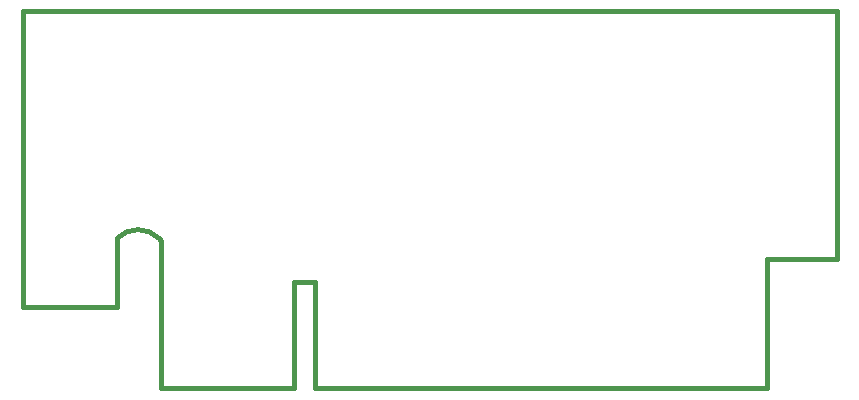
<source format=gm1>
G04 #@! TF.FileFunction,Profile,NP*
%FSLAX46Y46*%
G04 Gerber Fmt 4.6, Leading zero omitted, Abs format (unit mm)*
G04 Created by KiCad (PCBNEW 4.0.2+e4-6225~38~ubuntu14.04.1-stable) date Mon Aug  1 22:56:21 2016*
%MOMM*%
G01*
G04 APERTURE LIST*
%ADD10C,0.350000*%
%ADD11C,0.381000*%
G04 APERTURE END LIST*
D10*
D11*
X20376000Y-9732000D02*
X18626000Y-9732000D01*
X18626000Y-9732000D02*
X18626000Y-18732000D01*
X20376000Y-18732000D02*
X20376000Y-9732000D01*
X7376000Y-6259360D02*
X7126000Y-6009360D01*
X7376000Y-6302060D02*
X7376000Y-18732000D01*
X-4374000Y13169900D02*
X-4374000Y-11832000D01*
X3601720Y-6070600D02*
X3601720Y-11832000D01*
X3548380Y-11832000D02*
X-4374000Y-11832000D01*
X58623200Y-7832000D02*
X64541400Y-7832000D01*
X64538860Y13169900D02*
X-4374000Y13169900D01*
X64541400Y-7823200D02*
X64541400Y13169900D01*
X18626000Y-18732000D02*
X7376000Y-18732000D01*
X58626000Y-18732000D02*
X20376000Y-18732000D01*
X58626000Y-7832000D02*
X58626000Y-18732000D01*
X7171515Y-6055408D02*
G75*
G03X3641240Y-6024600I-1780275J-1719192D01*
G01*
M02*

</source>
